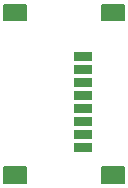
<source format=gtp>
G75*
%MOIN*%
%OFA0B0*%
%FSLAX25Y25*%
%IPPOS*%
%LPD*%
%AMOC8*
5,1,8,0,0,1.08239X$1,22.5*
%
%ADD10C,0.00315*%
%ADD11C,0.00571*%
D10*
X0044804Y0026338D02*
X0044804Y0029174D01*
X0044804Y0026338D02*
X0039212Y0026338D01*
X0039212Y0029174D01*
X0044804Y0029174D01*
X0044804Y0026652D02*
X0039212Y0026652D01*
X0039212Y0026966D02*
X0044804Y0026966D01*
X0044804Y0027280D02*
X0039212Y0027280D01*
X0039212Y0027594D02*
X0044804Y0027594D01*
X0044804Y0027908D02*
X0039212Y0027908D01*
X0039212Y0028222D02*
X0044804Y0028222D01*
X0044804Y0028536D02*
X0039212Y0028536D01*
X0039212Y0028850D02*
X0044804Y0028850D01*
X0044804Y0029164D02*
X0039212Y0029164D01*
X0044804Y0030669D02*
X0044804Y0033505D01*
X0044804Y0030669D02*
X0039212Y0030669D01*
X0039212Y0033505D01*
X0044804Y0033505D01*
X0044804Y0030983D02*
X0039212Y0030983D01*
X0039212Y0031297D02*
X0044804Y0031297D01*
X0044804Y0031611D02*
X0039212Y0031611D01*
X0039212Y0031925D02*
X0044804Y0031925D01*
X0044804Y0032239D02*
X0039212Y0032239D01*
X0039212Y0032553D02*
X0044804Y0032553D01*
X0044804Y0032867D02*
X0039212Y0032867D01*
X0039212Y0033181D02*
X0044804Y0033181D01*
X0044804Y0033495D02*
X0039212Y0033495D01*
X0044804Y0034999D02*
X0044804Y0037835D01*
X0044804Y0034999D02*
X0039212Y0034999D01*
X0039212Y0037835D01*
X0044804Y0037835D01*
X0044804Y0035313D02*
X0039212Y0035313D01*
X0039212Y0035627D02*
X0044804Y0035627D01*
X0044804Y0035941D02*
X0039212Y0035941D01*
X0039212Y0036255D02*
X0044804Y0036255D01*
X0044804Y0036569D02*
X0039212Y0036569D01*
X0039212Y0036883D02*
X0044804Y0036883D01*
X0044804Y0037197D02*
X0039212Y0037197D01*
X0039212Y0037511D02*
X0044804Y0037511D01*
X0044804Y0037825D02*
X0039212Y0037825D01*
X0044804Y0039330D02*
X0044804Y0042166D01*
X0044804Y0039330D02*
X0039212Y0039330D01*
X0039212Y0042166D01*
X0044804Y0042166D01*
X0044804Y0039644D02*
X0039212Y0039644D01*
X0039212Y0039958D02*
X0044804Y0039958D01*
X0044804Y0040272D02*
X0039212Y0040272D01*
X0039212Y0040586D02*
X0044804Y0040586D01*
X0044804Y0040900D02*
X0039212Y0040900D01*
X0039212Y0041214D02*
X0044804Y0041214D01*
X0044804Y0041528D02*
X0039212Y0041528D01*
X0039212Y0041842D02*
X0044804Y0041842D01*
X0044804Y0042156D02*
X0039212Y0042156D01*
X0044804Y0043661D02*
X0044804Y0046497D01*
X0044804Y0043661D02*
X0039212Y0043661D01*
X0039212Y0046497D01*
X0044804Y0046497D01*
X0044804Y0043975D02*
X0039212Y0043975D01*
X0039212Y0044289D02*
X0044804Y0044289D01*
X0044804Y0044603D02*
X0039212Y0044603D01*
X0039212Y0044917D02*
X0044804Y0044917D01*
X0044804Y0045231D02*
X0039212Y0045231D01*
X0039212Y0045545D02*
X0044804Y0045545D01*
X0044804Y0045859D02*
X0039212Y0045859D01*
X0039212Y0046173D02*
X0044804Y0046173D01*
X0044804Y0046487D02*
X0039212Y0046487D01*
X0044804Y0047991D02*
X0044804Y0050827D01*
X0044804Y0047991D02*
X0039212Y0047991D01*
X0039212Y0050827D01*
X0044804Y0050827D01*
X0044804Y0048305D02*
X0039212Y0048305D01*
X0039212Y0048619D02*
X0044804Y0048619D01*
X0044804Y0048933D02*
X0039212Y0048933D01*
X0039212Y0049247D02*
X0044804Y0049247D01*
X0044804Y0049561D02*
X0039212Y0049561D01*
X0039212Y0049875D02*
X0044804Y0049875D01*
X0044804Y0050189D02*
X0039212Y0050189D01*
X0039212Y0050503D02*
X0044804Y0050503D01*
X0044804Y0050817D02*
X0039212Y0050817D01*
X0044804Y0052322D02*
X0044804Y0055158D01*
X0044804Y0052322D02*
X0039212Y0052322D01*
X0039212Y0055158D01*
X0044804Y0055158D01*
X0044804Y0052636D02*
X0039212Y0052636D01*
X0039212Y0052950D02*
X0044804Y0052950D01*
X0044804Y0053264D02*
X0039212Y0053264D01*
X0039212Y0053578D02*
X0044804Y0053578D01*
X0044804Y0053892D02*
X0039212Y0053892D01*
X0039212Y0054206D02*
X0044804Y0054206D01*
X0044804Y0054520D02*
X0039212Y0054520D01*
X0039212Y0054834D02*
X0044804Y0054834D01*
X0044804Y0055148D02*
X0039212Y0055148D01*
X0044804Y0056653D02*
X0044804Y0059489D01*
X0044804Y0056653D02*
X0039212Y0056653D01*
X0039212Y0059489D01*
X0044804Y0059489D01*
X0044804Y0056967D02*
X0039212Y0056967D01*
X0039212Y0057281D02*
X0044804Y0057281D01*
X0044804Y0057595D02*
X0039212Y0057595D01*
X0039212Y0057909D02*
X0044804Y0057909D01*
X0044804Y0058223D02*
X0039212Y0058223D01*
X0039212Y0058537D02*
X0044804Y0058537D01*
X0044804Y0058851D02*
X0039212Y0058851D01*
X0039212Y0059165D02*
X0044804Y0059165D01*
X0044804Y0059479D02*
X0039212Y0059479D01*
D11*
X0023219Y0020955D02*
X0023219Y0015817D01*
X0015915Y0015817D01*
X0015915Y0020955D01*
X0023219Y0020955D01*
X0023219Y0016387D02*
X0015915Y0016387D01*
X0015915Y0016957D02*
X0023219Y0016957D01*
X0023219Y0017527D02*
X0015915Y0017527D01*
X0015915Y0018097D02*
X0023219Y0018097D01*
X0023219Y0018667D02*
X0015915Y0018667D01*
X0015915Y0019237D02*
X0023219Y0019237D01*
X0023219Y0019807D02*
X0015915Y0019807D01*
X0015915Y0020377D02*
X0023219Y0020377D01*
X0023219Y0020947D02*
X0015915Y0020947D01*
X0055896Y0020955D02*
X0055896Y0015817D01*
X0048592Y0015817D01*
X0048592Y0020955D01*
X0055896Y0020955D01*
X0055896Y0016387D02*
X0048592Y0016387D01*
X0048592Y0016957D02*
X0055896Y0016957D01*
X0055896Y0017527D02*
X0048592Y0017527D01*
X0048592Y0018097D02*
X0055896Y0018097D01*
X0055896Y0018667D02*
X0048592Y0018667D01*
X0048592Y0019237D02*
X0055896Y0019237D01*
X0055896Y0019807D02*
X0048592Y0019807D01*
X0048592Y0020377D02*
X0055896Y0020377D01*
X0055896Y0020947D02*
X0048592Y0020947D01*
X0055896Y0069951D02*
X0055896Y0075089D01*
X0055896Y0069951D02*
X0048592Y0069951D01*
X0048592Y0075089D01*
X0055896Y0075089D01*
X0055896Y0070521D02*
X0048592Y0070521D01*
X0048592Y0071091D02*
X0055896Y0071091D01*
X0055896Y0071661D02*
X0048592Y0071661D01*
X0048592Y0072231D02*
X0055896Y0072231D01*
X0055896Y0072801D02*
X0048592Y0072801D01*
X0048592Y0073371D02*
X0055896Y0073371D01*
X0055896Y0073941D02*
X0048592Y0073941D01*
X0048592Y0074511D02*
X0055896Y0074511D01*
X0055896Y0075081D02*
X0048592Y0075081D01*
X0023219Y0075089D02*
X0023219Y0069951D01*
X0015915Y0069951D01*
X0015915Y0075089D01*
X0023219Y0075089D01*
X0023219Y0070521D02*
X0015915Y0070521D01*
X0015915Y0071091D02*
X0023219Y0071091D01*
X0023219Y0071661D02*
X0015915Y0071661D01*
X0015915Y0072231D02*
X0023219Y0072231D01*
X0023219Y0072801D02*
X0015915Y0072801D01*
X0015915Y0073371D02*
X0023219Y0073371D01*
X0023219Y0073941D02*
X0015915Y0073941D01*
X0015915Y0074511D02*
X0023219Y0074511D01*
X0023219Y0075081D02*
X0015915Y0075081D01*
M02*

</source>
